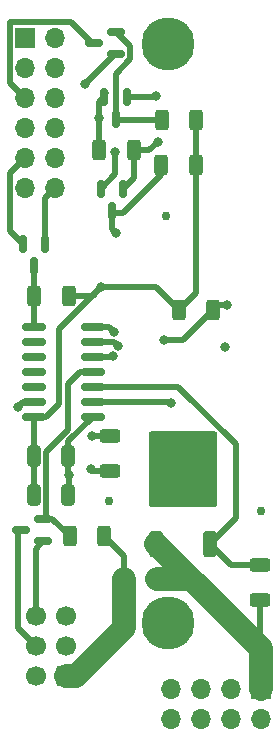
<source format=gbr>
%TF.GenerationSoftware,KiCad,Pcbnew,8.0.6*%
%TF.CreationDate,2025-02-12T14:43:40-05:00*%
%TF.ProjectId,PwrModule,5077724d-6f64-4756-9c65-2e6b69636164,rev?*%
%TF.SameCoordinates,Original*%
%TF.FileFunction,Copper,L4,Bot*%
%TF.FilePolarity,Positive*%
%FSLAX46Y46*%
G04 Gerber Fmt 4.6, Leading zero omitted, Abs format (unit mm)*
G04 Created by KiCad (PCBNEW 8.0.6) date 2025-02-12 14:43:40*
%MOMM*%
%LPD*%
G01*
G04 APERTURE LIST*
G04 Aperture macros list*
%AMRoundRect*
0 Rectangle with rounded corners*
0 $1 Rounding radius*
0 $2 $3 $4 $5 $6 $7 $8 $9 X,Y pos of 4 corners*
0 Add a 4 corners polygon primitive as box body*
4,1,4,$2,$3,$4,$5,$6,$7,$8,$9,$2,$3,0*
0 Add four circle primitives for the rounded corners*
1,1,$1+$1,$2,$3*
1,1,$1+$1,$4,$5*
1,1,$1+$1,$6,$7*
1,1,$1+$1,$8,$9*
0 Add four rect primitives between the rounded corners*
20,1,$1+$1,$2,$3,$4,$5,0*
20,1,$1+$1,$4,$5,$6,$7,0*
20,1,$1+$1,$6,$7,$8,$9,0*
20,1,$1+$1,$8,$9,$2,$3,0*%
G04 Aperture macros list end*
%TA.AperFunction,ComponentPad*%
%ADD10R,1.700000X1.700000*%
%TD*%
%TA.AperFunction,ComponentPad*%
%ADD11O,1.700000X1.700000*%
%TD*%
%TA.AperFunction,ComponentPad*%
%ADD12C,4.500000*%
%TD*%
%TA.AperFunction,ComponentPad*%
%ADD13RoundRect,0.250000X0.600000X0.600000X-0.600000X0.600000X-0.600000X-0.600000X0.600000X-0.600000X0*%
%TD*%
%TA.AperFunction,ComponentPad*%
%ADD14C,1.700000*%
%TD*%
%TA.AperFunction,SMDPad,CuDef*%
%ADD15RoundRect,0.250000X0.325000X0.650000X-0.325000X0.650000X-0.325000X-0.650000X0.325000X-0.650000X0*%
%TD*%
%TA.AperFunction,SMDPad,CuDef*%
%ADD16RoundRect,0.250000X0.625000X-0.312500X0.625000X0.312500X-0.625000X0.312500X-0.625000X-0.312500X0*%
%TD*%
%TA.AperFunction,SMDPad,CuDef*%
%ADD17RoundRect,0.250000X0.375000X0.625000X-0.375000X0.625000X-0.375000X-0.625000X0.375000X-0.625000X0*%
%TD*%
%TA.AperFunction,SMDPad,CuDef*%
%ADD18RoundRect,0.250000X0.312500X0.625000X-0.312500X0.625000X-0.312500X-0.625000X0.312500X-0.625000X0*%
%TD*%
%TA.AperFunction,SMDPad,CuDef*%
%ADD19RoundRect,0.250000X0.350000X-0.850000X0.350000X0.850000X-0.350000X0.850000X-0.350000X-0.850000X0*%
%TD*%
%TA.AperFunction,SMDPad,CuDef*%
%ADD20RoundRect,0.250000X1.125000X-1.275000X1.125000X1.275000X-1.125000X1.275000X-1.125000X-1.275000X0*%
%TD*%
%TA.AperFunction,SMDPad,CuDef*%
%ADD21RoundRect,0.249997X2.650003X-2.950003X2.650003X2.950003X-2.650003X2.950003X-2.650003X-2.950003X0*%
%TD*%
%TA.AperFunction,SMDPad,CuDef*%
%ADD22RoundRect,0.150000X0.587500X0.150000X-0.587500X0.150000X-0.587500X-0.150000X0.587500X-0.150000X0*%
%TD*%
%TA.AperFunction,SMDPad,CuDef*%
%ADD23C,0.750000*%
%TD*%
%TA.AperFunction,SMDPad,CuDef*%
%ADD24RoundRect,0.150000X-0.150000X0.587500X-0.150000X-0.587500X0.150000X-0.587500X0.150000X0.587500X0*%
%TD*%
%TA.AperFunction,SMDPad,CuDef*%
%ADD25RoundRect,0.250000X-0.625000X0.312500X-0.625000X-0.312500X0.625000X-0.312500X0.625000X0.312500X0*%
%TD*%
%TA.AperFunction,SMDPad,CuDef*%
%ADD26RoundRect,0.250000X-0.312500X-0.625000X0.312500X-0.625000X0.312500X0.625000X-0.312500X0.625000X0*%
%TD*%
%TA.AperFunction,SMDPad,CuDef*%
%ADD27RoundRect,0.150000X-0.825000X-0.150000X0.825000X-0.150000X0.825000X0.150000X-0.825000X0.150000X0*%
%TD*%
%TA.AperFunction,ViaPad*%
%ADD28C,0.800000*%
%TD*%
%TA.AperFunction,Conductor*%
%ADD29C,0.500000*%
%TD*%
%TA.AperFunction,Conductor*%
%ADD30C,2.000000*%
%TD*%
G04 APERTURE END LIST*
D10*
%TO.P,J14,1,Pin_1*%
%TO.N,VCC*%
X124000000Y-98100000D03*
D11*
%TO.P,J14,2,Pin_2*%
X124000000Y-100640000D03*
%TO.P,J14,3,Pin_3*%
X121460000Y-98100000D03*
%TO.P,J14,4,Pin_4*%
X121460000Y-100640000D03*
%TO.P,J14,5,Pin_5*%
%TO.N,GND*%
X118920000Y-98100000D03*
%TO.P,J14,6,Pin_6*%
X118920000Y-100640000D03*
%TO.P,J14,7,Pin_7*%
X116380000Y-98100000D03*
%TO.P,J14,8,Pin_8*%
X116380000Y-100640000D03*
%TD*%
D10*
%TO.P,J11,1,Pin_1*%
%TO.N,+5V*%
X104050000Y-42975000D03*
D11*
%TO.P,J11,2,Pin_2*%
X106590000Y-42975000D03*
%TO.P,J11,3,Pin_3*%
X104050000Y-45515000D03*
%TO.P,J11,4,Pin_4*%
%TO.N,UPDI*%
X106590000Y-45515000D03*
%TO.P,J11,5,Pin_5*%
%TO.N,Net-(J11-Pin_5)*%
X104050000Y-48055000D03*
%TO.P,J11,6,Pin_6*%
%TO.N,Net-(J11-Pin_6)*%
X106590000Y-48055000D03*
%TO.P,J11,7,Pin_7*%
%TO.N,Red*%
X104050000Y-50595000D03*
%TO.P,J11,8,Pin_8*%
%TO.N,Green*%
X106590000Y-50595000D03*
%TO.P,J11,9,Pin_9*%
%TO.N,Net-(J11-Pin_9)*%
X104050000Y-53135000D03*
%TO.P,J11,10,Pin_10*%
%TO.N,GND*%
X106590000Y-53135000D03*
%TO.P,J11,11,Pin_11*%
X104050000Y-55675000D03*
%TO.P,J11,12,Pin_12*%
X106590000Y-55675000D03*
%TD*%
D12*
%TO.P,H5,1*%
%TO.N,N/C*%
X116200000Y-92480000D03*
%TD*%
D13*
%TO.P,J1,1,Pin_1*%
%TO.N,VCC_*%
X107500000Y-97000000D03*
D14*
%TO.P,J1,2,Pin_2*%
%TO.N,Red*%
X104960000Y-97000000D03*
%TO.P,J1,3,Pin_3*%
%TO.N,Green*%
X107500000Y-94460000D03*
%TO.P,J1,4,Pin_4*%
%TO.N,Blue*%
X104960000Y-94460000D03*
%TO.P,J1,5,Pin_5*%
%TO.N,Signal*%
X107500000Y-91920000D03*
%TO.P,J1,6,Pin_6*%
%TO.N,GND*%
X104960000Y-91920000D03*
%TD*%
D12*
%TO.P,H1,1*%
%TO.N,N/C*%
X116200000Y-43480000D03*
%TD*%
D15*
%TO.P,C1,1*%
%TO.N,GND*%
X107730000Y-78330000D03*
%TO.P,C1,2*%
%TO.N,VCC_*%
X104780000Y-78330000D03*
%TD*%
D16*
%TO.P,R2,1*%
%TO.N,VCC*%
X123990000Y-90512500D03*
%TO.P,R2,2*%
%TO.N,Net-(Q2-G)*%
X123990000Y-87587500D03*
%TD*%
D17*
%TO.P,F1,1*%
%TO.N,VCC*%
X115220000Y-88760000D03*
%TO.P,F1,2*%
%TO.N,VCC_*%
X112420000Y-88760000D03*
%TD*%
D18*
%TO.P,R5,1*%
%TO.N,GND*%
X113255000Y-52450000D03*
%TO.P,R5,2*%
%TO.N,Pwr_off*%
X110330000Y-52450000D03*
%TD*%
D19*
%TO.P,Q2,1,G*%
%TO.N,Net-(Q2-G)*%
X119710000Y-85790000D03*
D20*
%TO.P,Q2,2,D*%
%TO.N,+5V*%
X115905000Y-81165000D03*
X118955000Y-81165000D03*
D21*
X117430000Y-79490000D03*
D20*
X115905000Y-77815000D03*
X118955000Y-77815000D03*
D19*
%TO.P,Q2,3,S*%
%TO.N,VCC*%
X115150000Y-85790000D03*
%TD*%
D22*
%TO.P,Q1,1,G*%
%TO.N,Net-(Q1-G)*%
X105607500Y-83657500D03*
%TO.P,Q1,2,S*%
%TO.N,GND*%
X105607500Y-85557500D03*
%TO.P,Q1,3,D*%
%TO.N,Blue*%
X103732500Y-84607500D03*
%TD*%
D23*
%TO.P,FID1,*%
%TO.N,*%
X124000000Y-83000000D03*
%TD*%
D24*
%TO.P,Q6,1,G*%
%TO.N,Net-(J11-Pin_9)*%
X103850000Y-60425000D03*
%TO.P,Q6,2,S*%
%TO.N,GND*%
X105750000Y-60425000D03*
%TO.P,Q6,3,D*%
%TO.N,Pulse*%
X104800000Y-62300000D03*
%TD*%
D15*
%TO.P,C2,1*%
%TO.N,GND*%
X107730000Y-81680000D03*
%TO.P,C2,2*%
%TO.N,VCC_*%
X104780000Y-81680000D03*
%TD*%
D25*
%TO.P,R8,1*%
%TO.N,VCC_*%
X111230000Y-76675000D03*
%TO.P,R8,2*%
%TO.N,Signal*%
X111230000Y-79600000D03*
%TD*%
D23*
%TO.P,FID3,*%
%TO.N,*%
X116000000Y-58000000D03*
%TD*%
%TO.P,FID5,*%
%TO.N,*%
X111200000Y-82200000D03*
%TD*%
D18*
%TO.P,R3,1*%
%TO.N,Net-(JP1-A)*%
X120000000Y-66000000D03*
%TO.P,R3,2*%
%TO.N,VCC_*%
X117075000Y-66000000D03*
%TD*%
D26*
%TO.P,R7,1*%
%TO.N,Pulse*%
X104837500Y-64800000D03*
%TO.P,R7,2*%
%TO.N,VCC_*%
X107762500Y-64800000D03*
%TD*%
D24*
%TO.P,Q4,1,G*%
%TO.N,Pwr_off*%
X110770000Y-47945000D03*
%TO.P,Q4,2,S*%
%TO.N,GND*%
X112670000Y-47945000D03*
%TO.P,Q4,3,D*%
%TO.N,Net-(Q3-G)*%
X111720000Y-49820000D03*
%TD*%
D26*
%TO.P,R1,1*%
%TO.N,Net-(Q1-G)*%
X107855000Y-85170000D03*
%TO.P,R1,2*%
%TO.N,VCC_*%
X110780000Y-85170000D03*
%TD*%
D27*
%TO.P,U1,1,VCC*%
%TO.N,VCC_*%
X104850000Y-75050000D03*
%TO.P,U1,2,PA4*%
%TO.N,Signal*%
X104850000Y-73780000D03*
%TO.P,U1,3,PA5*%
%TO.N,unconnected-(U1-PA5-Pad3)*%
X104850000Y-72510000D03*
%TO.P,U1,4,PA6*%
%TO.N,unconnected-(U1-PA6-Pad4)*%
X104850000Y-71240000D03*
%TO.P,U1,5,PA7*%
%TO.N,unconnected-(U1-PA7-Pad5)*%
X104850000Y-69970000D03*
%TO.P,U1,6,PB3*%
%TO.N,unconnected-(U1-PB3-Pad6)*%
X104850000Y-68700000D03*
%TO.P,U1,7,PB2*%
%TO.N,Pulse*%
X104850000Y-67430000D03*
%TO.P,U1,8,PB1*%
%TO.N,Pwr_mon*%
X109800000Y-67430000D03*
%TO.P,U1,9,PB0*%
%TO.N,Pwr_off*%
X109800000Y-68700000D03*
%TO.P,U1,10,~{RESET}/PA0*%
%TO.N,UPDI*%
X109800000Y-69970000D03*
%TO.P,U1,11,PA1*%
%TO.N,Net-(Q1-G)*%
X109800000Y-71240000D03*
%TO.P,U1,12,PA2*%
%TO.N,Net-(Q2-G)*%
X109800000Y-72510000D03*
%TO.P,U1,13,PA3*%
%TO.N,Net-(JP1-A)*%
X109800000Y-73780000D03*
%TO.P,U1,14,GND*%
%TO.N,GND*%
X109800000Y-75050000D03*
%TD*%
D22*
%TO.P,Q3,1,G*%
%TO.N,Net-(Q3-G)*%
X111790000Y-42430000D03*
%TO.P,Q3,2,S*%
%TO.N,GND*%
X111790000Y-44330000D03*
%TO.P,Q3,3,D*%
%TO.N,Net-(J11-Pin_5)*%
X109915000Y-43380000D03*
%TD*%
D24*
%TO.P,Q5,1,G*%
%TO.N,Net-(J11-Pin_6)*%
X110460000Y-55715000D03*
%TO.P,Q5,2,S*%
%TO.N,GND*%
X112360000Y-55715000D03*
%TO.P,Q5,3,D*%
%TO.N,Pwr_mon*%
X111410000Y-57590000D03*
%TD*%
D26*
%TO.P,R6,1*%
%TO.N,Pwr_mon*%
X115605000Y-53690000D03*
%TO.P,R6,2*%
%TO.N,VCC_*%
X118530000Y-53690000D03*
%TD*%
%TO.P,R4,1*%
%TO.N,Net-(Q3-G)*%
X115620000Y-49920000D03*
%TO.P,R4,2*%
%TO.N,VCC_*%
X118545000Y-49920000D03*
%TD*%
D28*
%TO.N,GND*%
X121000000Y-69100000D03*
X115290000Y-51740000D03*
X109170000Y-46870000D03*
X115180000Y-47860000D03*
X107750000Y-80000000D03*
%TO.N,Pwr_off*%
X110330000Y-49740000D03*
X111920000Y-69027171D03*
%TO.N,Pwr_mon*%
X111570000Y-67850000D03*
X111720000Y-59450000D03*
%TO.N,Signal*%
X109650000Y-79450000D03*
X103425000Y-74230001D03*
%TO.N,+5V*%
X115905000Y-81165000D03*
X115905000Y-77815000D03*
X117430000Y-79490000D03*
X118955000Y-81165000D03*
X118955000Y-77815000D03*
%TO.N,Net-(JP1-A)*%
X116400000Y-73850000D03*
X121170000Y-65590000D03*
X115810000Y-68540000D03*
%TO.N,UPDI*%
X111490000Y-69930000D03*
%TO.N,VCC_*%
X110490000Y-64080000D03*
X109740000Y-76650000D03*
%TO.N,Net-(J11-Pin_6)*%
X111680000Y-52630000D03*
%TD*%
D29*
%TO.N,GND*%
X112360000Y-55715000D02*
X113255000Y-54820000D01*
X113255000Y-54820000D02*
X113255000Y-52450000D01*
X111710000Y-44330000D02*
X109170000Y-46870000D01*
X107730000Y-79980000D02*
X107750000Y-80000000D01*
X107730000Y-78330000D02*
X107730000Y-77120000D01*
X105607500Y-85557500D02*
X104960000Y-86205000D01*
X105750000Y-56515000D02*
X106590000Y-55675000D01*
X115095000Y-47945000D02*
X115180000Y-47860000D01*
X107730000Y-78330000D02*
X107730000Y-79980000D01*
X107750000Y-80000000D02*
X107750000Y-81660000D01*
X105750000Y-60425000D02*
X105750000Y-56515000D01*
X111790000Y-44330000D02*
X111710000Y-44330000D01*
X114580000Y-52450000D02*
X115290000Y-51740000D01*
X107750000Y-81660000D02*
X107730000Y-81680000D01*
X104960000Y-86205000D02*
X104960000Y-91920000D01*
X113255000Y-52450000D02*
X114580000Y-52450000D01*
X107730000Y-77120000D02*
X109800000Y-75050000D01*
X112670000Y-47945000D02*
X115095000Y-47945000D01*
%TO.N,Pwr_off*%
X110877500Y-47637500D02*
X110770000Y-47745000D01*
X111920000Y-69027171D02*
X111612829Y-68720000D01*
X109820000Y-68720000D02*
X109800000Y-68700000D01*
X110330000Y-49850000D02*
X110330000Y-49740000D01*
X111612829Y-68720000D02*
X109820000Y-68720000D01*
X110330000Y-52450000D02*
X110330000Y-49850000D01*
X110330000Y-48385000D02*
X110770000Y-47945000D01*
X110330000Y-49740000D02*
X110330000Y-48385000D01*
%TO.N,Pwr_mon*%
X115605000Y-53690000D02*
X115605000Y-54565000D01*
X111570000Y-67850000D02*
X111150000Y-67430000D01*
X112380000Y-57790000D02*
X111410000Y-57790000D01*
X111150000Y-67430000D02*
X109800000Y-67430000D01*
X115605000Y-54565000D02*
X112380000Y-57790000D01*
X111410000Y-59140000D02*
X111720000Y-59450000D01*
X111410000Y-57790000D02*
X111410000Y-59140000D01*
%TO.N,Blue*%
X103432500Y-92932500D02*
X104960000Y-94460000D01*
X103432500Y-84907500D02*
X103432500Y-92932500D01*
X103732500Y-84607500D02*
X103432500Y-84907500D01*
%TO.N,Signal*%
X109800000Y-79600000D02*
X109650000Y-79450000D01*
X104850000Y-73780000D02*
X103875001Y-73780000D01*
X103875001Y-73780000D02*
X103425000Y-74230001D01*
X111230000Y-79600000D02*
X109800000Y-79600000D01*
D30*
%TO.N,VCC*%
X118195000Y-88835000D02*
X124000000Y-94640000D01*
X118120000Y-88760000D02*
X118195000Y-88835000D01*
X115220000Y-88760000D02*
X118120000Y-88760000D01*
X124000000Y-94640000D02*
X124000000Y-98100000D01*
X115150000Y-85790000D02*
X118195000Y-88835000D01*
D29*
X123990000Y-90512500D02*
X123990000Y-94630000D01*
X123990000Y-94630000D02*
X124000000Y-94640000D01*
%TO.N,Net-(JP1-A)*%
X117460000Y-68540000D02*
X115810000Y-68540000D01*
X120410000Y-65590000D02*
X120000000Y-66000000D01*
X116330000Y-73780000D02*
X116400000Y-73850000D01*
X121170000Y-65590000D02*
X120410000Y-65590000D01*
X109800000Y-73780000D02*
X116330000Y-73780000D01*
X120000000Y-66000000D02*
X117460000Y-68540000D01*
%TO.N,Net-(Q1-G)*%
X109850000Y-71190000D02*
X109800000Y-71240000D01*
X106342500Y-83657500D02*
X107855000Y-85170000D01*
X105607500Y-83657500D02*
X106342500Y-83657500D01*
X107652500Y-76192500D02*
X105819975Y-78025025D01*
X105819975Y-83445025D02*
X105627475Y-83637525D01*
X108680000Y-71240000D02*
X107652500Y-72267500D01*
X105819975Y-78025025D02*
X105819975Y-83445025D01*
X109800000Y-71240000D02*
X108680000Y-71240000D01*
X107652500Y-72267500D02*
X107652500Y-76192500D01*
%TO.N,Net-(Q2-G)*%
X121507500Y-87587500D02*
X123990000Y-87587500D01*
X119710000Y-85790000D02*
X121507500Y-87587500D01*
X117046878Y-72510000D02*
X121910000Y-77373122D01*
X121910000Y-83590000D02*
X119710000Y-85790000D01*
X109800000Y-72510000D02*
X117046878Y-72510000D01*
X121910000Y-77373122D02*
X121910000Y-83590000D01*
%TO.N,Net-(J11-Pin_9)*%
X103850000Y-60425000D02*
X102750000Y-59325000D01*
X102750000Y-59325000D02*
X102750000Y-54435000D01*
X102750000Y-54435000D02*
X104050000Y-53135000D01*
%TO.N,UPDI*%
X109800000Y-69970000D02*
X111450000Y-69970000D01*
X111450000Y-69970000D02*
X111490000Y-69930000D01*
%TO.N,VCC_*%
X106952500Y-73922499D02*
X106952500Y-67617500D01*
X118545000Y-49920000D02*
X118545000Y-53675000D01*
D30*
X112420000Y-88760000D02*
X112420000Y-92930000D01*
D29*
X118545000Y-53675000D02*
X118530000Y-53690000D01*
X104850000Y-75050000D02*
X104850000Y-78260000D01*
X107762500Y-64800000D02*
X109770000Y-64800000D01*
X118530000Y-64545000D02*
X117075000Y-66000000D01*
X104850000Y-75050000D02*
X105824999Y-75050000D01*
X109770000Y-64800000D02*
X110490000Y-64080000D01*
X117075000Y-66000000D02*
X115155000Y-64080000D01*
D30*
X112420000Y-92930000D02*
X108350000Y-97000000D01*
X108350000Y-97000000D02*
X107500000Y-97000000D01*
D29*
X106952500Y-67617500D02*
X110490000Y-64080000D01*
X109765000Y-76675000D02*
X109740000Y-76650000D01*
X115155000Y-64080000D02*
X110490000Y-64080000D01*
X111230000Y-76675000D02*
X109765000Y-76675000D01*
X112420000Y-88760000D02*
X112420000Y-86810000D01*
X104780000Y-78330000D02*
X104780000Y-81680000D01*
X112420000Y-86810000D02*
X110780000Y-85170000D01*
X105824999Y-75050000D02*
X106952500Y-73922499D01*
X112420000Y-88760000D02*
X111860000Y-88760000D01*
X118530000Y-53690000D02*
X118530000Y-64545000D01*
X104850000Y-78260000D02*
X104780000Y-78330000D01*
%TO.N,Net-(J11-Pin_6)*%
X110460000Y-55715000D02*
X111680000Y-54495000D01*
X111680000Y-54495000D02*
X111680000Y-52630000D01*
%TO.N,Net-(J11-Pin_5)*%
X102750000Y-41675000D02*
X102815000Y-41610000D01*
X102750000Y-46755000D02*
X102750000Y-41675000D01*
X102815000Y-41610000D02*
X107945000Y-41610000D01*
X107945000Y-41610000D02*
X109715000Y-43380000D01*
X104050000Y-48055000D02*
X102750000Y-46755000D01*
%TO.N,Net-(Q3-G)*%
X112977500Y-44732684D02*
X111720000Y-45990184D01*
X111720000Y-45990184D02*
X111720000Y-49820000D01*
X111790000Y-42430000D02*
X112977500Y-43617500D01*
X112977500Y-43617500D02*
X112977500Y-44732684D01*
X115620000Y-49920000D02*
X111820000Y-49920000D01*
X111820000Y-49920000D02*
X111720000Y-49820000D01*
%TO.N,Pulse*%
X104850000Y-64812500D02*
X104837500Y-64800000D01*
X104850000Y-67430000D02*
X104850000Y-64812500D01*
X104800000Y-62300000D02*
X104800000Y-64762500D01*
X104800000Y-64762500D02*
X104837500Y-64800000D01*
%TD*%
M02*

</source>
